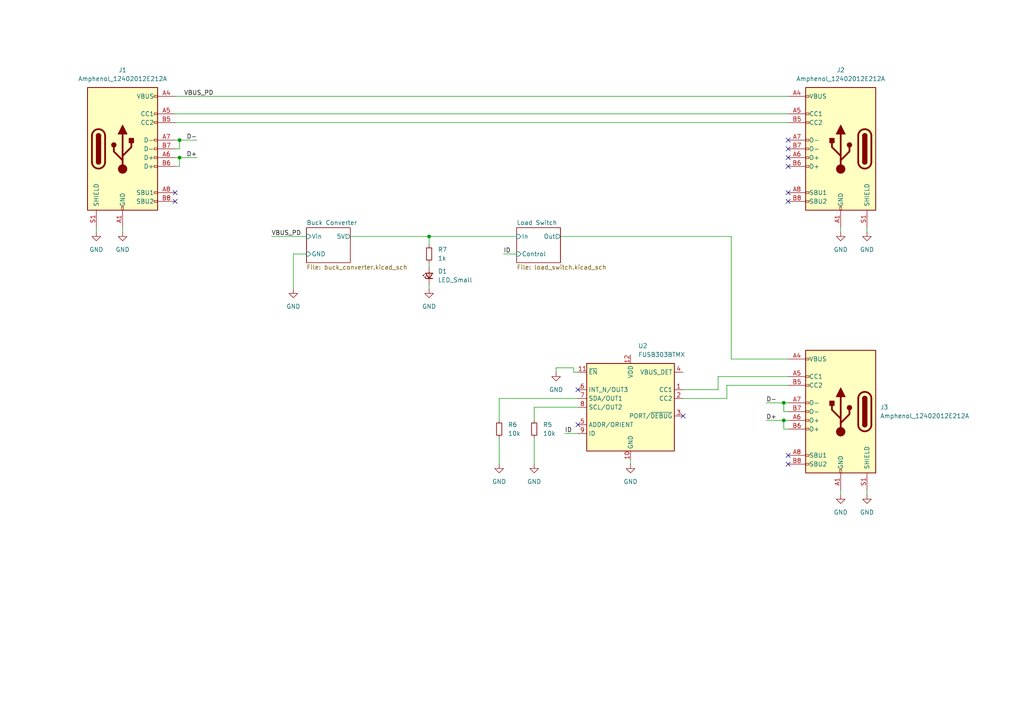
<source format=kicad_sch>
(kicad_sch (version 20231120) (generator "eeschema") (generator_version "8.0")
  (paper "A4")
  (lib_symbols
    (symbol "Amphenol_12402012E212A:Amphenol_12402012E212A" (pin_names (offset 1.016))
      (property "Reference" "J" (at 0 22.225 0))
      (property "Value" "Amphenol_12402012E212A" (at 0 19.685 0))
      (symbol "Amphenol_12402012E212A_0_0"
        (rectangle (start -0.254 -17.78) (end 0.254 -16.764))
        (rectangle (start 10.16 -14.986) (end 9.144 -15.494))
        (rectangle (start 10.16 -12.446) (end 9.144 -12.954))
        (rectangle (start 10.16 -4.826) (end 9.144 -5.334))
        (rectangle (start 10.16 -2.286) (end 9.144 -2.794))
        (rectangle (start 10.16 0.254) (end 9.144 -0.254))
        (rectangle (start 10.16 2.794) (end 9.144 2.286))
        (rectangle (start 10.16 7.874) (end 9.144 7.366))
        (rectangle (start 10.16 10.414) (end 9.144 9.906))
        (rectangle (start 10.16 15.494) (end 9.144 14.986))
      )
      (symbol "Amphenol_12402012E212A_0_1"
        (rectangle (start -10.16 17.78) (end 10.16 -17.78) (stroke (width 0.254)) (fill (type background)))
        (arc (start -8.89 -3.81) (mid -6.985 -5.7067) (end -5.08 -3.81) (stroke (width 0.508)))
        (arc (start -7.62 -3.81) (mid -6.985 -4.4423) (end -6.35 -3.81) (stroke (width 0.254)))
        (arc (start -7.62 -3.81) (mid -6.985 -4.4423) (end -6.35 -3.81) (stroke (width 0.254)) (fill (type outline)))
        (rectangle (start -7.62 -3.81) (end -6.35 3.81) (stroke (width 0.254)) (fill (type outline)))
        (arc (start -6.35 3.81) (mid -6.985 4.4423) (end -7.62 3.81) (stroke (width 0.254)))
        (arc (start -6.35 3.81) (mid -6.985 4.4423) (end -7.62 3.81) (stroke (width 0.254)) (fill (type outline)))
        (arc (start -5.08 3.81) (mid -6.985 5.7067) (end -8.89 3.81) (stroke (width 0.508)))
        (circle (center -2.54 1.143) (radius 0.635) (stroke (width 0.254)) (fill (type outline)))
        (circle (center 0 -5.842) (radius 1.27) (fill (type outline)))
        (polyline (pts (xy -8.89 -3.81) (xy -8.89 3.81)) (stroke (width 0.508)))
        (polyline (pts (xy -5.08 3.81) (xy -5.08 -3.81)) (stroke (width 0.508)))
        (polyline (pts (xy 0 -5.842) (xy 0 4.318)) (stroke (width 0.508)))
        (polyline (pts (xy 0 -3.302) (xy -2.54 -0.762) (xy -2.54 0.508)) (stroke (width 0.508)))
        (polyline (pts (xy 0 -2.032) (xy 2.54 0.508) (xy 2.54 1.778)) (stroke (width 0.508)))
        (polyline (pts (xy -1.27 4.318) (xy 0 6.858) (xy 1.27 4.318) (xy -1.27 4.318)) (stroke (width 0.254)) (fill (type outline)))
        (rectangle (start 1.905 1.778) (end 3.175 3.048) (stroke (width 0.254)) (fill (type outline)))
      )
      (symbol "Amphenol_12402012E212A_1_1"
        (pin passive line (at 0 -22.86 90) (length 5.08) (name "GND") (number "A1"))
        (pin passive line (at 0 -22.86 90) (length 5.08) hide (name "GND") (number "A12"))
        (pin passive line (at 15.24 15.24 180) (length 5.08) (name "VBUS") (number "A4"))
        (pin bidirectional line (at 15.24 10.16 180) (length 5.08) (name "CC1") (number "A5"))
        (pin bidirectional line (at 15.24 -2.54 180) (length 5.08) (name "D+") (number "A6"))
        (pin bidirectional line (at 15.24 2.54 180) (length 5.08) (name "D-") (number "A7"))
        (pin bidirectional line (at 15.24 -12.7 180) (length 5.08) (name "SBU1") (number "A8"))
        (pin passive line (at 15.24 15.24 180) (length 5.08) hide (name "VBUS") (number "A9"))
        (pin passive line (at 0 -22.86 90) (length 5.08) hide (name "GND") (number "B1"))
        (pin passive line (at 0 -22.86 90) (length 5.08) hide (name "GND") (number "B12"))
        (pin passive line (at 15.24 15.24 180) (length 5.08) hide (name "VBUS") (number "B4"))
        (pin bidirectional line (at 15.24 7.62 180) (length 5.08) (name "CC2") (number "B5"))
        (pin bidirectional line (at 15.24 -5.08 180) (length 5.08) (name "D+") (number "B6"))
        (pin bidirectional line (at 15.24 0 180) (length 5.08) (name "D-") (number "B7"))
        (pin bidirectional line (at 15.24 -15.24 180) (length 5.08) (name "SBU2") (number "B8"))
        (pin passive line (at 15.24 15.24 180) (length 5.08) hide (name "VBUS") (number "B9"))
        (pin passive line (at -7.62 -22.86 90) (length 5.08) (name "SHIELD") (number "S1"))
      )
    )
    (symbol "Device:LED_Small" (pin_numbers hide) (pin_names (offset 0.254) hide)
      (property "Reference" "D" (at -1.27 3.175 0))
      (property "Value" "LED_Small" (at -4.445 -2.54 0))
      (symbol "LED_Small_0_1"
        (polyline (pts (xy -0.762 -1.016) (xy -0.762 1.016)) (stroke (width 0.254)))
        (polyline (pts (xy 1.016 0) (xy -0.762 0)))
        (polyline (pts (xy 0.762 -1.016) (xy -0.762 0) (xy 0.762 1.016) (xy 0.762 -1.016)) (stroke (width 0.254)))
        (polyline (pts (xy 0 0.762) (xy -0.508 1.27) (xy -0.254 1.27) (xy -0.508 1.27) (xy -0.508 1.016)))
        (polyline (pts (xy 0.508 1.27) (xy 0 1.778) (xy 0.254 1.778) (xy 0 1.778) (xy 0 1.524)))
      )
      (symbol "LED_Small_1_1"
        (pin passive line (at -2.54 0 0) (length 1.778) (name "K") (number "1"))
        (pin passive line (at 2.54 0 180) (length 1.778) (name "A") (number "2"))
      )
    )
    (symbol "Device:R_Small" (pin_numbers hide) (pin_names (offset 0.254) hide)
      (property "Reference" "R" (at 0.762 0.508 0))
      (property "Value" "R_Small" (at 0.762 -1.016 0))
      (symbol "R_Small_0_1"
        (rectangle (start -0.762 1.778) (end 0.762 -1.778) (stroke (width 0.2032)))
      )
      (symbol "R_Small_1_1"
        (pin passive line (at 0 2.54 270) (length 0.762) (name "~") (number "1"))
        (pin passive line (at 0 -2.54 90) (length 0.762) (name "~") (number "2"))
      )
    )
    (symbol "onsemi_FUSB303BTMX:FUSB303BTMX"
      (property "Reference" "U" (at -11.43 13.97 0))
      (property "Value" "FUSB303BTMX" (at 7.62 -13.97 0))
      (symbol "FUSB303BTMX_0_1"
        (rectangle (start -12.7 12.7) (end 12.7 -12.7) (stroke (width 0.254)) (fill (type background)))
      )
      (symbol "FUSB303BTMX_1_1"
        (pin bidirectional line (at 15.24 5.08 180) (length 2.54) (name "CC1") (number "1"))
        (pin power_in line (at 0 -15.24 90) (length 2.54) (name "GND") (number "10"))
        (pin input line (at -15.24 10.16 0) (length 2.54) (name "~{EN}") (number "11"))
        (pin power_in line (at 0 15.24 270) (length 2.54) (name "VDD") (number "12"))
        (pin bidirectional line (at 15.24 2.54 180) (length 2.54) (name "CC2") (number "2"))
        (pin bidirectional line (at 15.24 -2.54 180) (length 2.54) (name "PORT/~{DEBUG}") (number "3"))
        (pin input line (at 15.24 10.16 180) (length 2.54) (name "VBUS_DET") (number "4"))
        (pin bidirectional line (at -15.24 -5.08 0) (length 2.54) (name "ADDR/ORIENT") (number "5"))
        (pin open_collector line (at -15.24 5.08 0) (length 2.54) (name "INT_N/OUT3") (number "6"))
        (pin bidirectional line (at -15.24 2.54 0) (length 2.54) (name "SDA/OUT1") (number "7"))
        (pin bidirectional line (at -15.24 0 0) (length 2.54) (name "SCL/OUT2") (number "8"))
        (pin open_collector line (at -15.24 -7.62 0) (length 2.54) (name "ID") (number "9"))
      )
    )
    (symbol "power:GND" (power) (pin_numbers hide) (pin_names (offset 0) hide)
      (property "Value" "GND" (at 0 -3.81 0))
      (symbol "GND_0_1"
        (polyline (pts (xy 0 0) (xy 0 -1.27) (xy 1.27 -1.27) (xy 0 -2.54) (xy -1.27 -1.27) (xy 0 -1.27)))
      )
      (symbol "GND_1_1"
        (pin power_in line (at 0 0 270) (length 0) (name "~") (number "1"))
      )
    )
  )
  (junction (at 52.07 40.64))
  (junction (at 227.33 116.84))
  (junction (at 227.33 121.92))
  (junction (at 52.07 45.72))
  (junction (at 124.46 68.58))
  (no_connect (at 228.6 58.42))
  (no_connect (at 198.12 120.65))
  (no_connect (at 50.8 58.42))
  (no_connect (at 228.6 132.08))
  (no_connect (at 228.6 40.64))
  (no_connect (at 228.6 45.72))
  (no_connect (at 228.6 48.26))
  (no_connect (at 228.6 55.88))
  (no_connect (at 167.64 113.03))
  (no_connect (at 228.6 43.18))
  (no_connect (at 50.8 55.88))
  (no_connect (at 228.6 134.62))
  (no_connect (at 167.64 123.19))
  (wire (pts (xy 251.46 142.24) (xy 251.46 143.51)))
  (wire (pts (xy 243.84 142.24) (xy 243.84 143.51)))
  (wire (pts (xy 228.6 124.46) (xy 227.33 124.46)))
  (wire (pts (xy 154.94 118.11) (xy 167.64 118.11)))
  (wire (pts (xy 50.8 45.72) (xy 52.07 45.72)))
  (wire (pts (xy 50.8 40.64) (xy 52.07 40.64)))
  (wire (pts (xy 210.82 111.76) (xy 228.6 111.76)))
  (wire (pts (xy 146.05 73.66) (xy 149.86 73.66)))
  (wire (pts (xy 35.56 66.04) (xy 35.56 67.31)))
  (wire (pts (xy 167.64 107.95) (xy 166.37 107.95)))
  (wire (pts (xy 208.28 109.22) (xy 228.6 109.22)))
  (wire (pts (xy 50.8 33.02) (xy 228.6 33.02)))
  (wire (pts (xy 162.56 68.58) (xy 212.09 68.58)))
  (wire (pts (xy 227.33 121.92) (xy 222.25 121.92)))
  (wire (pts (xy 52.07 40.64) (xy 57.15 40.64)))
  (wire (pts (xy 154.94 121.92) (xy 154.94 118.11)))
  (wire (pts (xy 198.12 113.03) (xy 208.28 113.03)))
  (wire (pts (xy 243.84 66.04) (xy 243.84 67.31)))
  (wire (pts (xy 78.74 68.58) (xy 88.9 68.58)))
  (wire (pts (xy 212.09 104.14) (xy 228.6 104.14)))
  (wire (pts (xy 210.82 115.57) (xy 198.12 115.57)))
  (wire (pts (xy 124.46 68.58) (xy 124.46 71.12)))
  (wire (pts (xy 101.6 68.58) (xy 124.46 68.58)))
  (wire (pts (xy 212.09 68.58) (xy 212.09 104.14)))
  (wire (pts (xy 228.6 116.84) (xy 227.33 116.84)))
  (wire (pts (xy 27.94 66.04) (xy 27.94 67.31)))
  (wire (pts (xy 52.07 45.72) (xy 57.15 45.72)))
  (wire (pts (xy 154.94 127) (xy 154.94 134.62)))
  (wire (pts (xy 163.83 125.73) (xy 167.64 125.73)))
  (wire (pts (xy 50.8 43.18) (xy 52.07 43.18)))
  (wire (pts (xy 227.33 116.84) (xy 222.25 116.84)))
  (wire (pts (xy 52.07 40.64) (xy 52.07 43.18)))
  (wire (pts (xy 50.8 48.26) (xy 52.07 48.26)))
  (wire (pts (xy 161.29 107.95) (xy 161.29 106.68)))
  (wire (pts (xy 210.82 111.76) (xy 210.82 115.57)))
  (wire (pts (xy 52.07 45.72) (xy 52.07 48.26)))
  (wire (pts (xy 227.33 121.92) (xy 227.33 124.46)))
  (wire (pts (xy 228.6 119.38) (xy 227.33 119.38)))
  (wire (pts (xy 166.37 107.95) (xy 166.37 106.68)))
  (wire (pts (xy 144.78 127) (xy 144.78 134.62)))
  (wire (pts (xy 85.09 73.66) (xy 88.9 73.66)))
  (wire (pts (xy 227.33 116.84) (xy 227.33 119.38)))
  (wire (pts (xy 182.88 133.35) (xy 182.88 134.62)))
  (wire (pts (xy 50.8 27.94) (xy 228.6 27.94)))
  (wire (pts (xy 144.78 115.57) (xy 144.78 121.92)))
  (wire (pts (xy 124.46 68.58) (xy 149.86 68.58)))
  (wire (pts (xy 251.46 66.04) (xy 251.46 67.31)))
  (wire (pts (xy 124.46 82.55) (xy 124.46 83.82)))
  (wire (pts (xy 208.28 113.03) (xy 208.28 109.22)))
  (wire (pts (xy 228.6 121.92) (xy 227.33 121.92)))
  (wire (pts (xy 50.8 35.56) (xy 228.6 35.56)))
  (wire (pts (xy 85.09 73.66) (xy 85.09 83.82)))
  (wire (pts (xy 161.29 106.68) (xy 166.37 106.68)))
  (wire (pts (xy 167.64 115.57) (xy 144.78 115.57)))
  (wire (pts (xy 124.46 76.2) (xy 124.46 77.47)))
  (label "D+" (at 57.15 45.72 180))
  (label "D-" (at 57.15 40.64 180))
  (label "ID" (at 146.05 73.66 0))
  (label "ID" (at 163.83 125.73 0))
  (label "D+" (at 222.25 121.92 0))
  (label "VBUS_PD" (at 53.34 27.94 0))
  (label "D-" (at 222.25 116.84 0))
  (label "VBUS_PD" (at 78.74 68.58 0))
  (symbol (lib_id "power:GND") (at 243.84 67.31 0) (unit 1)
    (property "Reference" "#PWR07" (effects (hide yes)))
    (property "Value" "GND" (at 243.84 72.39 0))
    (property "Description" "Power symbol creates a global label with name \"GND\" , ground" (effects (hide yes)))
  )
  (symbol (lib_id "power:GND") (at 161.29 107.95 0) (unit 1)
    (property "Reference" "#PWR04" (effects (hide yes)))
    (property "Value" "GND" (at 161.29 113.03 0))
    (property "Description" "Power symbol creates a global label with name \"GND\" , ground" (effects (hide yes)))
  )
  (symbol (lib_id "power:GND") (at 35.56 67.31 0) (unit 1)
    (property "Reference" "#PWR010" (effects (hide yes)))
    (property "Value" "GND" (at 35.56 72.39 0))
    (property "Description" "Power symbol creates a global label with name \"GND\" , ground" (effects (hide yes)))
  )
  (symbol (lib_id "Device:R_Small") (at 144.78 124.46 0) (unit 1)
    (property "Reference" "R6" (at 147.32 123.1899 0) (effects (justify left)))
    (property "Value" "10k" (at 147.32 125.7299 0) (effects (justify left)))
    (property "Footprint" "Resistor_SMD:R_0603_1608Metric" (effects (hide yes)))
    (property "Description" "Resistor, small symbol" (effects (hide yes)))
  )
  (symbol (lib_id "Amphenol_12402012E212A:Amphenol_12402012E212A") (at 243.84 119.38 0) (mirror y) (unit 1)
    (property "Reference" "J3" (at 255.27 118.1099 0) (effects (justify right)))
    (property "Value" "Amphenol_12402012E212A" (at 255.27 120.6499 0) (effects (justify right)))
    (property "Datasheet" "https://www.usb.org/sites/default/files/documents/usb_type-c.zip" (effects (hide yes)))
    (property "Description" "USB 2.0-only 16P Type-C Receptacle connector" (effects (hide yes)))
  )
  (symbol (lib_id "Amphenol_12402012E212A:Amphenol_12402012E212A") (at 35.56 43.18 0) (unit 1)
    (property "Reference" "J1" (at 35.56 20.32 0))
    (property "Value" "Amphenol_12402012E212A" (at 35.56 22.86 0))
    (property "Datasheet" "https://www.usb.org/sites/default/files/documents/usb_type-c.zip" (effects (hide yes)))
    (property "Description" "USB 2.0-only 16P Type-C Receptacle connector" (effects (hide yes)))
  )
  (symbol (lib_id "power:GND") (at 182.88 134.62 0) (unit 1)
    (property "Reference" "#PWR02" (effects (hide yes)))
    (property "Value" "GND" (at 182.88 139.7 0))
    (property "Description" "Power symbol creates a global label with name \"GND\" , ground" (effects (hide yes)))
  )
  (symbol (lib_id "power:GND") (at 251.46 143.51 0) (unit 1)
    (property "Reference" "#PWR06" (effects (hide yes)))
    (property "Value" "GND" (at 251.46 148.59 0))
    (property "Description" "Power symbol creates a global label with name \"GND\" , ground" (effects (hide yes)))
  )
  (symbol (lib_id "onsemi_FUSB303BTMX:FUSB303BTMX") (at 182.88 118.11 0) (unit 1)
    (property "Reference" "U2" (at 185.0741 100.33 0) (effects (justify left)))
    (property "Value" "FUSB303BTMX" (at 185.0741 102.87 0) (effects (justify left)))
    (property "Footprint" "QFN:Texas_X2QFN-12_1.6x1.6mm_P0.4mm" (effects (hide yes)))
    (property "Datasheet" "https://www.onsemi.com/pdf/datasheet/fusb303b-d.pdf" (effects (hide yes)))
    (property "Description" "USB Type-C port controller with I2C and GPIO control, X2QFN-12" (effects (hide yes)))
  )
  (symbol (lib_id "power:GND") (at 243.84 143.51 0) (unit 1)
    (property "Reference" "#PWR05" (effects (hide yes)))
    (property "Value" "GND" (at 243.84 148.59 0))
    (property "Description" "Power symbol creates a global label with name \"GND\" , ground" (effects (hide yes)))
  )
  (symbol (lib_id "Device:LED_Small") (at 124.46 80.01 90) (unit 1)
    (property "Reference" "D1" (at 127 78.6764 90) (effects (justify right)))
    (property "Value" "LED_Small" (at 127 81.2164 90) (effects (justify right)))
    (property "Footprint" "LED_SMD:LED_0603_1608Metric" (effects (hide yes)))
    (property "Description" "Light emitting diode, small symbol" (effects (hide yes)))
  )
  (symbol (lib_id "power:GND") (at 154.94 134.62 0) (unit 1)
    (property "Reference" "#PWR01" (effects (hide yes)))
    (property "Value" "GND" (at 154.94 139.7 0))
    (property "Description" "Power symbol creates a global label with name \"GND\" , ground" (effects (hide yes)))
  )
  (symbol (lib_id "power:GND") (at 124.46 83.82 0) (unit 1)
    (property "Reference" "#PWR011" (effects (hide yes)))
    (property "Value" "GND" (at 124.46 88.9 0))
    (property "Description" "Power symbol creates a global label with name \"GND\" , ground" (effects (hide yes)))
  )
  (symbol (lib_id "Amphenol_12402012E212A:Amphenol_12402012E212A") (at 243.84 43.18 0) (mirror y) (unit 1)
    (property "Reference" "J2" (at 243.84 20.32 0))
    (property "Value" "Amphenol_12402012E212A" (at 243.84 22.86 0))
    (property "Datasheet" "https://www.usb.org/sites/default/files/documents/usb_type-c.zip" (effects (hide yes)))
    (property "Description" "USB 2.0-only 16P Type-C Receptacle connector" (effects (hide yes)))
  )
  (symbol (lib_id "power:GND") (at 251.46 67.31 0) (unit 1)
    (property "Reference" "#PWR08" (effects (hide yes)))
    (property "Value" "GND" (at 251.46 72.39 0))
    (property "Description" "Power symbol creates a global label with name \"GND\" , ground" (effects (hide yes)))
  )
  (symbol (lib_id "Device:R_Small") (at 154.94 124.46 0) (unit 1)
    (property "Reference" "R5" (at 157.48 123.1899 0) (effects (justify left)))
    (property "Value" "10k" (at 157.48 125.7299 0) (effects (justify left)))
    (property "Footprint" "Resistor_SMD:R_0603_1608Metric" (effects (hide yes)))
    (property "Description" "Resistor, small symbol" (effects (hide yes)))
  )
  (symbol (lib_id "power:GND") (at 85.09 83.82 0) (unit 1)
    (property "Reference" "#PWR012" (effects (hide yes)))
    (property "Value" "GND" (at 85.09 88.9 0))
    (property "Description" "Power symbol creates a global label with name \"GND\" , ground" (effects (hide yes)))
  )
  (symbol (lib_id "power:GND") (at 27.94 67.31 0) (unit 1)
    (property "Reference" "#PWR09" (effects (hide yes)))
    (property "Value" "GND" (at 27.94 72.39 0))
    (property "Description" "Power symbol creates a global label with name \"GND\" , ground" (effects (hide yes)))
  )
  (symbol (lib_id "Device:R_Small") (at 124.46 73.66 0) (unit 1)
    (property "Reference" "R7" (at 127 72.3899 0) (effects (justify left)))
    (property "Value" "1k" (at 127 74.9299 0) (effects (justify left)))
    (property "Footprint" "Resistor_SMD:R_0603_1608Metric" (effects (hide yes)))
    (property "Description" "Resistor, small symbol" (effects (hide yes)))
  )
  (symbol (lib_id "power:GND") (at 144.78 134.62 0) (unit 1)
    (property "Reference" "#PWR03" (effects (hide yes)))
    (property "Value" "GND" (at 144.78 139.7 0))
    (property "Description" "Power symbol creates a global label with name \"GND\" , ground" (effects (hide yes)))
  )
  (sheet (at 149.86 66.04) (size 12.7 10.16) (stroke (width 0.1524))
    (property "Sheetname" "Load Switch" (at 149.86 65.3284 0) (effects (justify left bottom)))
    (property "Sheetfile" "load_switch.kicad_sch" (at 149.86 76.7846 0) (effects (justify left top)))
    (pin "In" input (at 149.86 68.58 180))
    (pin "Out" output (at 162.56 68.58 0))
    (pin "Control" input (at 149.86 73.66 180))
  )
  (sheet (at 88.9 66.04) (size 12.7 10.16) (stroke (width 0.1524))
    (property "Sheetname" "Buck Converter" (at 88.9 65.3284 0) (effects (justify left bottom)))
    (property "Sheetfile" "buck_converter.kicad_sch" (at 88.9 76.7846 0) (effects (justify left top)))
    (pin "5V" output (at 101.6 68.58 0))
    (pin "Vin" input (at 88.9 68.58 180))
    (pin "GND" input (at 88.9 73.66 180))
  )
)
</source>
